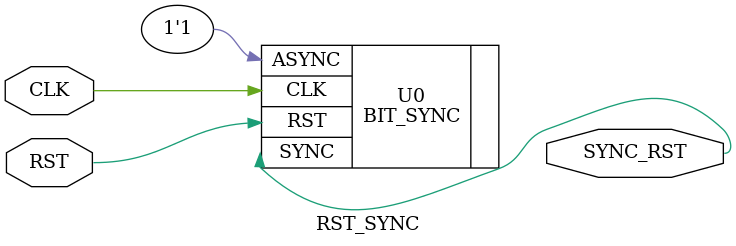
<source format=v>
module RST_SYNC #(parameter NUM_STAGES = 2)
(
    input   wire    CLK         ,
    input   wire    RST         ,
    output  wire    SYNC_RST
);

BIT_SYNC #(.NUM_STAGES(NUM_STAGES)) U0
(
    .ASYNC(1'b1)   ,
    .CLK(CLK)      ,
    .RST(RST)      ,
    .SYNC(SYNC_RST)    
);



endmodule
</source>
